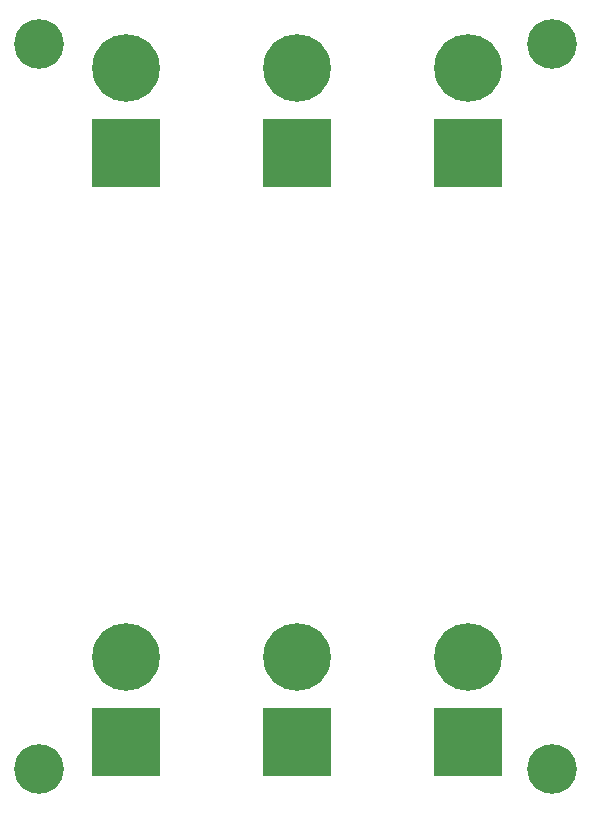
<source format=gbs>
G04*
G04 #@! TF.GenerationSoftware,Altium Limited,Altium Designer,20.0.8 (157)*
G04*
G04 Layer_Color=16711935*
%FSLAX24Y24*%
%MOIN*%
G70*
G01*
G75*
%ADD32C,0.2252*%
%ADD33R,0.2252X0.2252*%
%ADD34C,0.1655*%
D32*
X42850Y45567D02*
D03*
X37150D02*
D03*
X31450D02*
D03*
X42850Y25917D02*
D03*
X37150D02*
D03*
X31450D02*
D03*
D33*
X42850Y42733D02*
D03*
X37150D02*
D03*
X31450D02*
D03*
X42850Y23083D02*
D03*
X37150D02*
D03*
X31450D02*
D03*
D34*
X28550Y46350D02*
D03*
Y22200D02*
D03*
X45650D02*
D03*
Y46350D02*
D03*
M02*

</source>
